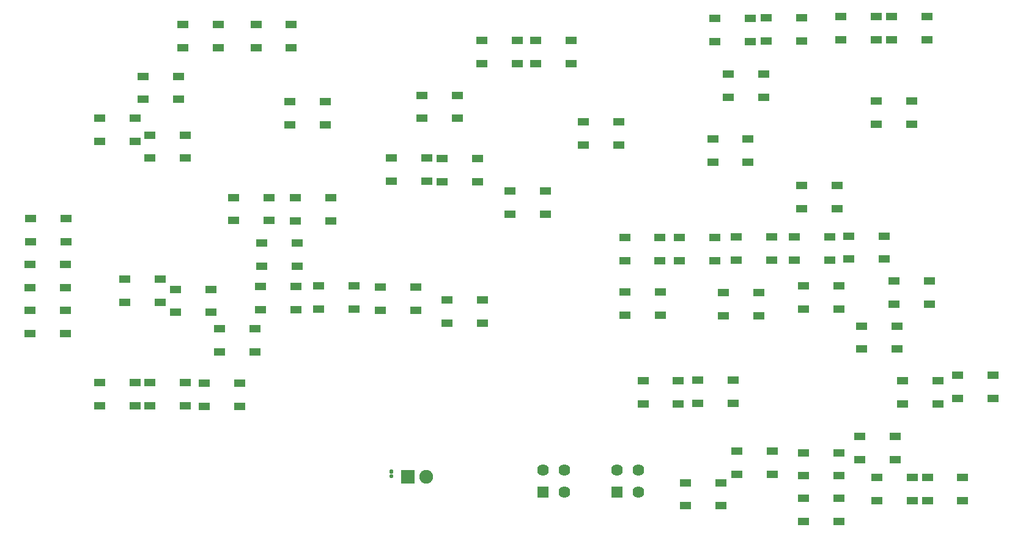
<source format=gbr>
%TF.GenerationSoftware,KiCad,Pcbnew,(5.1.6)-1*%
%TF.CreationDate,2020-11-25T11:28:29+11:00*%
%TF.ProjectId,SNSR Panel PCB V1,534e5352-2050-4616-9e65-6c2050434220,rev?*%
%TF.SameCoordinates,Original*%
%TF.FileFunction,Soldermask,Top*%
%TF.FilePolarity,Negative*%
%FSLAX46Y46*%
G04 Gerber Fmt 4.6, Leading zero omitted, Abs format (unit mm)*
G04 Created by KiCad (PCBNEW (5.1.6)-1) date 2020-11-25 11:28:29*
%MOMM*%
%LPD*%
G01*
G04 APERTURE LIST*
%ADD10R,1.600000X1.100000*%
%ADD11C,1.620000*%
%ADD12R,1.620000X1.620000*%
%ADD13C,1.900000*%
%ADD14R,1.900000X1.900000*%
G04 APERTURE END LIST*
D10*
%TO.C,D59*%
X167541000Y-102133000D03*
X167541000Y-105333000D03*
X172441000Y-102133000D03*
X172441000Y-105333000D03*
%TD*%
%TO.C,D58*%
X175135000Y-102032000D03*
X175135000Y-105232000D03*
X180035000Y-102032000D03*
X180035000Y-105232000D03*
%TD*%
%TO.C,D57*%
X173408000Y-116230000D03*
X173408000Y-119430000D03*
X178308000Y-116230000D03*
X178308000Y-119430000D03*
%TD*%
%TO.C,D56*%
X180520000Y-111887000D03*
X180520000Y-115087000D03*
X185420000Y-111887000D03*
X185420000Y-115087000D03*
%TD*%
%TO.C,D55*%
X189766000Y-118364000D03*
X189766000Y-121564000D03*
X194666000Y-118364000D03*
X194666000Y-121564000D03*
%TD*%
%TO.C,D54*%
X189766000Y-112090000D03*
X189766000Y-115290000D03*
X194666000Y-112090000D03*
X194666000Y-115290000D03*
%TD*%
%TO.C,D53*%
X197575000Y-109830000D03*
X197575000Y-113030000D03*
X202475000Y-109830000D03*
X202475000Y-113030000D03*
%TD*%
%TO.C,D52*%
X199937000Y-115545000D03*
X199937000Y-118745000D03*
X204837000Y-115545000D03*
X204837000Y-118745000D03*
%TD*%
%TO.C,D51*%
X206911000Y-115519000D03*
X206911000Y-118719000D03*
X211811000Y-115519000D03*
X211811000Y-118719000D03*
%TD*%
%TO.C,D50*%
X211102000Y-101346000D03*
X211102000Y-104546000D03*
X216002000Y-101346000D03*
X216002000Y-104546000D03*
%TD*%
%TO.C,D49*%
X203493000Y-102108000D03*
X203493000Y-105308000D03*
X208393000Y-102108000D03*
X208393000Y-105308000D03*
%TD*%
%TO.C,D48*%
X197843000Y-94564200D03*
X197843000Y-97764200D03*
X202743000Y-94564200D03*
X202743000Y-97764200D03*
%TD*%
%TO.C,D47*%
X202262000Y-88315800D03*
X202262000Y-91515800D03*
X207162000Y-88315800D03*
X207162000Y-91515800D03*
%TD*%
%TO.C,D46*%
X189766000Y-89027000D03*
X189766000Y-92227000D03*
X194666000Y-89027000D03*
X194666000Y-92227000D03*
%TD*%
%TO.C,D45*%
X178691000Y-89916000D03*
X178691000Y-93116000D03*
X183591000Y-89916000D03*
X183591000Y-93116000D03*
%TD*%
%TO.C,D44*%
X165026000Y-89890600D03*
X165026000Y-93090600D03*
X169926000Y-89890600D03*
X169926000Y-93090600D03*
%TD*%
%TO.C,D43*%
X196014000Y-82118200D03*
X196014000Y-85318200D03*
X200914000Y-82118200D03*
X200914000Y-85318200D03*
%TD*%
%TO.C,D42*%
X188496000Y-82219800D03*
X188496000Y-85419800D03*
X193396000Y-82219800D03*
X193396000Y-85419800D03*
%TD*%
%TO.C,D41*%
X180469000Y-82245200D03*
X180469000Y-85445200D03*
X185369000Y-82245200D03*
X185369000Y-85445200D03*
%TD*%
%TO.C,D40*%
X172570000Y-82346800D03*
X172570000Y-85546800D03*
X177470000Y-82346800D03*
X177470000Y-85546800D03*
%TD*%
%TO.C,D39*%
X165001000Y-82346800D03*
X165001000Y-85546800D03*
X169901000Y-82346800D03*
X169901000Y-85546800D03*
%TD*%
%TO.C,D38*%
X189512000Y-75158600D03*
X189512000Y-78358600D03*
X194412000Y-75158600D03*
X194412000Y-78358600D03*
%TD*%
%TO.C,R1*%
G36*
G01*
X132815000Y-114981000D02*
X132565000Y-114981000D01*
G75*
G02*
X132440000Y-114856000I0J125000D01*
G01*
X132440000Y-114546000D01*
G75*
G02*
X132565000Y-114421000I125000J0D01*
G01*
X132815000Y-114421000D01*
G75*
G02*
X132940000Y-114546000I0J-125000D01*
G01*
X132940000Y-114856000D01*
G75*
G02*
X132815000Y-114981000I-125000J0D01*
G01*
G37*
G36*
G01*
X132815000Y-115621000D02*
X132565000Y-115621000D01*
G75*
G02*
X132440000Y-115496000I0J125000D01*
G01*
X132440000Y-115186000D01*
G75*
G02*
X132565000Y-115061000I125000J0D01*
G01*
X132815000Y-115061000D01*
G75*
G02*
X132940000Y-115186000I0J-125000D01*
G01*
X132940000Y-115496000D01*
G75*
G02*
X132815000Y-115621000I-125000J0D01*
G01*
G37*
%TD*%
D11*
%TO.C,J2*%
X156694999Y-114526001D03*
X153695000Y-114526001D03*
X156694999Y-117526000D03*
D12*
X153695000Y-117526000D03*
%TD*%
D11*
%TO.C,J1*%
X166931999Y-114526001D03*
X163932000Y-114526001D03*
X166931999Y-117526000D03*
D12*
X163932000Y-117526000D03*
%TD*%
D10*
%TO.C,D37*%
X199875000Y-63423800D03*
X199875000Y-66623800D03*
X204775000Y-63423800D03*
X204775000Y-66623800D03*
%TD*%
%TO.C,D36*%
X201932000Y-51790600D03*
X201932000Y-54990600D03*
X206832000Y-51790600D03*
X206832000Y-54990600D03*
%TD*%
%TO.C,D35*%
X194947000Y-51791000D03*
X194947000Y-54991000D03*
X199847000Y-51791000D03*
X199847000Y-54991000D03*
%TD*%
%TO.C,D34*%
X184584000Y-51918000D03*
X184584000Y-55118000D03*
X189484000Y-51918000D03*
X189484000Y-55118000D03*
%TD*%
%TO.C,D33*%
X177497000Y-51994200D03*
X177497000Y-55194200D03*
X182397000Y-51994200D03*
X182397000Y-55194200D03*
%TD*%
%TO.C,D32*%
X179349000Y-59715800D03*
X179349000Y-62915800D03*
X184249000Y-59715800D03*
X184249000Y-62915800D03*
%TD*%
%TO.C,D31*%
X177190000Y-68707400D03*
X177190000Y-71907400D03*
X182090000Y-68707400D03*
X182090000Y-71907400D03*
%TD*%
%TO.C,D30*%
X159311000Y-66319400D03*
X159311000Y-69519400D03*
X164211000Y-66319400D03*
X164211000Y-69519400D03*
%TD*%
%TO.C,D29*%
X152668000Y-55067400D03*
X152668000Y-58267400D03*
X157568000Y-55067400D03*
X157568000Y-58267400D03*
%TD*%
%TO.C,D28*%
X145200000Y-55092800D03*
X145200000Y-58292800D03*
X150100000Y-55092800D03*
X150100000Y-58292800D03*
%TD*%
%TO.C,D27*%
X136957000Y-62636400D03*
X136957000Y-65836400D03*
X141857000Y-62636400D03*
X141857000Y-65836400D03*
%TD*%
%TO.C,D26*%
X132666000Y-71297800D03*
X132666000Y-74497800D03*
X137566000Y-71297800D03*
X137566000Y-74497800D03*
%TD*%
%TO.C,D25*%
X139702000Y-71374000D03*
X139702000Y-74574000D03*
X144602000Y-71374000D03*
X144602000Y-74574000D03*
%TD*%
%TO.C,D24*%
X149151000Y-75920600D03*
X149151000Y-79120600D03*
X154051000Y-75920600D03*
X154051000Y-79120600D03*
%TD*%
%TO.C,D23*%
X140439000Y-90932000D03*
X140439000Y-94132000D03*
X145339000Y-90932000D03*
X145339000Y-94132000D03*
%TD*%
%TO.C,D22*%
X131168000Y-89179400D03*
X131168000Y-92379400D03*
X136068000Y-89179400D03*
X136068000Y-92379400D03*
%TD*%
%TO.C,D21*%
X122608000Y-89027000D03*
X122608000Y-92227000D03*
X127508000Y-89027000D03*
X127508000Y-92227000D03*
%TD*%
%TO.C,D20*%
X114556000Y-89077800D03*
X114556000Y-92277800D03*
X119456000Y-89077800D03*
X119456000Y-92277800D03*
%TD*%
%TO.C,D19*%
X106821000Y-102464000D03*
X106821000Y-105664000D03*
X111721000Y-102464000D03*
X111721000Y-105664000D03*
%TD*%
%TO.C,D18*%
X99291000Y-102387000D03*
X99291000Y-105587000D03*
X104191000Y-102387000D03*
X104191000Y-105587000D03*
%TD*%
%TO.C,D17*%
X92331200Y-102387000D03*
X92331200Y-105587000D03*
X97231200Y-102387000D03*
X97231200Y-105587000D03*
%TD*%
%TO.C,D16*%
X108941000Y-94920200D03*
X108941000Y-98120200D03*
X113841000Y-94920200D03*
X113841000Y-98120200D03*
%TD*%
%TO.C,D15*%
X102845000Y-89484200D03*
X102845000Y-92684200D03*
X107745000Y-89484200D03*
X107745000Y-92684200D03*
%TD*%
%TO.C,D14*%
X95785600Y-88087600D03*
X95785600Y-91287600D03*
X100685600Y-88087600D03*
X100685600Y-91287600D03*
%TD*%
%TO.C,D13*%
X114759000Y-83083800D03*
X114759000Y-86283800D03*
X119659000Y-83083800D03*
X119659000Y-86283800D03*
%TD*%
%TO.C,D12*%
X119433000Y-76809600D03*
X119433000Y-80009600D03*
X124333000Y-76809600D03*
X124333000Y-80009600D03*
%TD*%
%TO.C,D11*%
X110848000Y-76784200D03*
X110848000Y-79984200D03*
X115748000Y-76784200D03*
X115748000Y-79984200D03*
%TD*%
%TO.C,D10*%
X118671000Y-63525400D03*
X118671000Y-66725400D03*
X123571000Y-63525400D03*
X123571000Y-66725400D03*
%TD*%
%TO.C,D9*%
X113947000Y-52857400D03*
X113947000Y-56057400D03*
X118847000Y-52857400D03*
X118847000Y-56057400D03*
%TD*%
%TO.C,D8*%
X103812000Y-52857800D03*
X103812000Y-56057800D03*
X108712000Y-52857800D03*
X108712000Y-56057800D03*
%TD*%
%TO.C,D7*%
X98351000Y-60020200D03*
X98351000Y-63220200D03*
X103251000Y-60020200D03*
X103251000Y-63220200D03*
%TD*%
%TO.C,D6*%
X99263000Y-68148200D03*
X99263000Y-71348200D03*
X104163000Y-68148200D03*
X104163000Y-71348200D03*
%TD*%
%TO.C,D5*%
X92278200Y-65811400D03*
X92278200Y-69011400D03*
X97178200Y-65811400D03*
X97178200Y-69011400D03*
%TD*%
%TO.C,D4*%
X82753200Y-79705200D03*
X82753200Y-82905200D03*
X87653200Y-79705200D03*
X87653200Y-82905200D03*
%TD*%
%TO.C,D3*%
X82690800Y-86055400D03*
X82690800Y-89255400D03*
X87590800Y-86055400D03*
X87590800Y-89255400D03*
%TD*%
%TO.C,D2*%
X82679200Y-92405200D03*
X82679200Y-95605200D03*
X87579200Y-92405200D03*
X87579200Y-95605200D03*
%TD*%
D13*
%TO.C,D1*%
X137490000Y-115443000D03*
D14*
X134950000Y-115443000D03*
%TD*%
M02*

</source>
